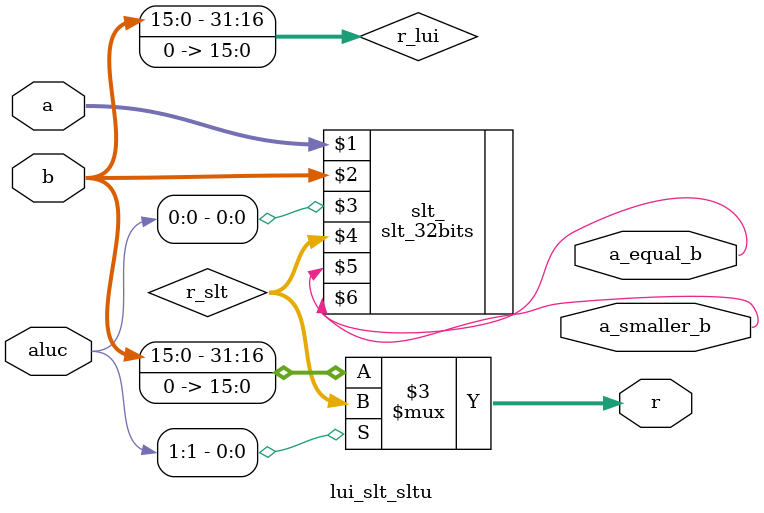
<source format=v>
`timescale 1ns / 1ps

module lui_slt_sltu(a,b,aluc,r,a_equal_b,a_smaller_b);
    input [31:0] a;
    input [31:0] b;
    input [1:0] aluc;
    output reg [31:0] r;
    output a_equal_b;
    output a_smaller_b;
    
    wire [31:0]r_lui;
    wire [31:0]r_slt;
    assign r_lui={b[15:0],16'b0};
    //slt_32bits(a,b,aluc,r,equal,smaller);
    slt_32bits slt_(a,b,aluc[0],r_slt,a_equal_b,a_smaller_b);
    
    always @(aluc or r_lui or r_slt) begin
		if(aluc[1]) begin//slt
			r = r_slt;
		end else begin//lui
			r = r_lui;
		end
	end
    
endmodule

</source>
